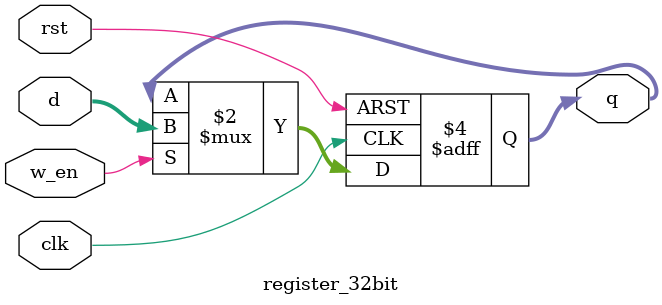
<source format=sv>
`timescale 1ns/1ps
module register_32bit (
    input logic clk,
    input logic rst,
    input logic w_en,
    input logic [31:0] d,
    output logic [31:0] q
);

    always_ff @(posedge clk or posedge rst) begin
        if (rst) begin
            q <= 32'b0;
        end else if (w_en) begin
            q <= d;
        end
    end
endmodule
</source>
